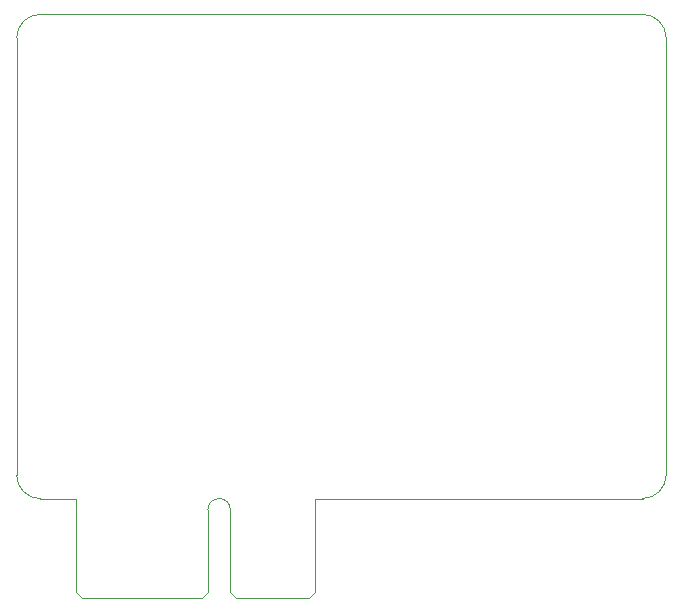
<source format=gbr>
G04 #@! TF.GenerationSoftware,KiCad,Pcbnew,(5.1.5)-3*
G04 #@! TF.CreationDate,2020-03-14T23:44:40+00:00*
G04 #@! TF.ProjectId,VC-01 Card,56432d30-3120-4436-9172-642e6b696361,DRAFT WIP*
G04 #@! TF.SameCoordinates,Original*
G04 #@! TF.FileFunction,Profile,NP*
%FSLAX46Y46*%
G04 Gerber Fmt 4.6, Leading zero omitted, Abs format (unit mm)*
G04 Created by KiCad (PCBNEW (5.1.5)-3) date 2020-03-14 23:44:40*
%MOMM*%
%LPD*%
G04 APERTURE LIST*
%ADD10C,0.050000*%
%ADD11C,0.100000*%
G04 APERTURE END LIST*
D10*
X177000000Y-98200000D02*
G75*
G02X179000000Y-100200000I0J-2000000D01*
G01*
X179000000Y-137200000D02*
G75*
G02X177000000Y-139200000I-2000000J0D01*
G01*
X126000000Y-139200000D02*
G75*
G02X124000000Y-137200000I0J2000000D01*
G01*
X124000000Y-100200000D02*
G75*
G02X126000000Y-98200000I2000000J0D01*
G01*
X177000000Y-139200000D02*
X149300000Y-139200000D01*
X179000000Y-100200000D02*
X179000000Y-137200000D01*
X126000000Y-98200000D02*
X177000000Y-98200000D01*
X124000000Y-137200000D02*
X124000000Y-100200000D01*
X129000000Y-139200000D02*
X126000000Y-139200000D01*
D11*
X140200000Y-140150000D02*
X140200000Y-147100000D01*
X142100000Y-140150000D02*
X142100000Y-147100000D01*
X129000000Y-139200000D02*
X129000000Y-147100000D01*
X129500000Y-147600000D02*
X139700000Y-147600000D01*
X149300000Y-139200000D02*
X149300000Y-147100000D01*
X142600000Y-147600000D02*
X148800000Y-147600000D01*
X129000000Y-147100000D02*
X129500000Y-147600000D01*
X140200000Y-147100000D02*
X139700000Y-147600000D01*
X142100000Y-147100000D02*
X142600000Y-147600000D01*
X149300000Y-147100000D02*
X148800000Y-147600000D01*
X140200000Y-140150000D02*
G75*
G02X142100000Y-140150000I950000J0D01*
G01*
M02*

</source>
